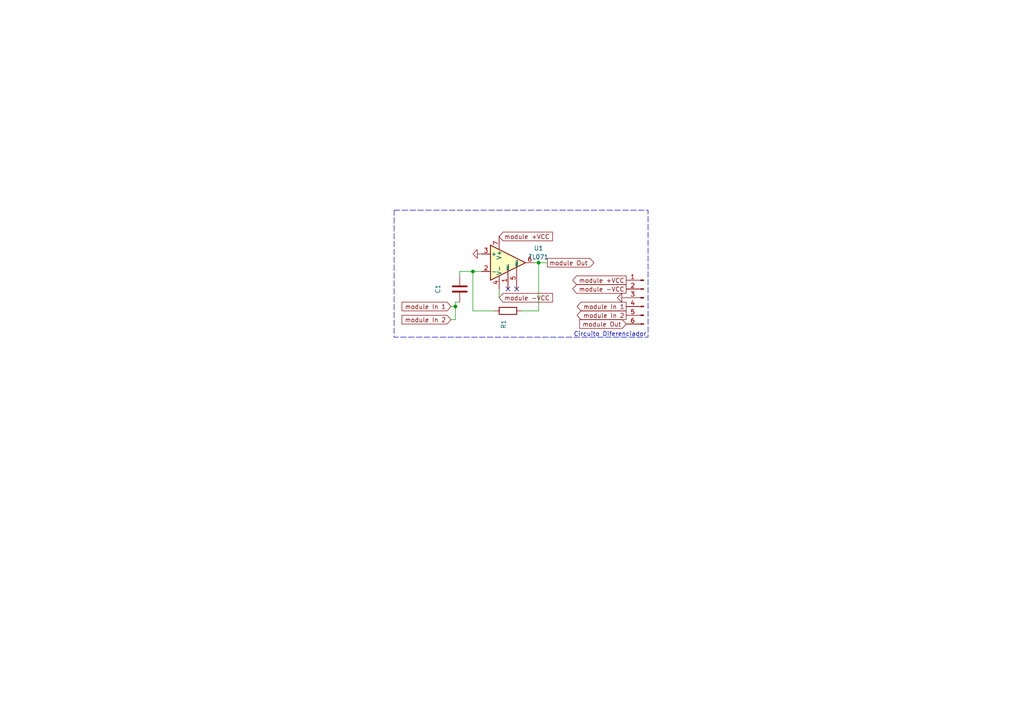
<source format=kicad_sch>
(kicad_sch (version 20230121) (generator eeschema)
  (paper "A4")
  (lib_symbols
    (symbol "Amplifier_Operational:TL071" (pin_names (offset 0.127))
      (property "Reference" "U" (at 0 6.35 0))
      (property "Value" "TL071" (at 0 3.81 0))
      (symbol "TL071_0_1"
        (polyline (pts (xy -5.08 5.08) (xy 5.08 0) (xy -5.08 -5.08) (xy -5.08 5.08)) (stroke (width 0.254)) (fill (type background)))
      )
      (symbol "TL071_1_1"
        (pin input line (at 0 -7.62 90) (length 5.08) (name "NULL") (number "1"))
        (pin input line (at -7.62 -2.54 0) (length 2.54) (name "-") (number "2"))
        (pin input line (at -7.62 2.54 0) (length 2.54) (name "+") (number "3"))
        (pin power_in line (at -2.54 -7.62 90) (length 3.81) (name "V-") (number "4"))
        (pin input line (at 2.54 -7.62 90) (length 6.35) (name "NULL") (number "5"))
        (pin output line (at 7.62 0 180) (length 2.54) (name "~") (number "6"))
        (pin power_in line (at -2.54 7.62 270) (length 3.81) (name "V+") (number "7"))
        (pin no_connect line (at 0 2.54 270) (length 2.54) hide (name "NC") (number "8"))
      )
    )
    (symbol "Connector:Conn_01x06_Pin" (pin_names (offset 1.016) hide)
      (property "Reference" "J" (at 0 7.62 0))
      (property "Value" "Conn_01x06_Pin" (at 0 -10.16 0))
      (symbol "Conn_01x06_Pin_1_1"
        (polyline (pts (xy 1.27 -7.62) (xy 0.8636 -7.62)) (stroke (width 0.1524)))
        (polyline (pts (xy 1.27 -5.08) (xy 0.8636 -5.08)) (stroke (width 0.1524)))
        (polyline (pts (xy 1.27 -2.54) (xy 0.8636 -2.54)) (stroke (width 0.1524)))
        (polyline (pts (xy 1.27 0) (xy 0.8636 0)) (stroke (width 0.1524)))
        (polyline (pts (xy 1.27 2.54) (xy 0.8636 2.54)) (stroke (width 0.1524)))
        (polyline (pts (xy 1.27 5.08) (xy 0.8636 5.08)) (stroke (width 0.1524)))
        (rectangle (start 0.8636 -7.493) (end 0 -7.747) (stroke (width 0.1524)) (fill (type outline)))
        (rectangle (start 0.8636 -4.953) (end 0 -5.207) (stroke (width 0.1524)) (fill (type outline)))
        (rectangle (start 0.8636 -2.413) (end 0 -2.667) (stroke (width 0.1524)) (fill (type outline)))
        (rectangle (start 0.8636 0.127) (end 0 -0.127) (stroke (width 0.1524)) (fill (type outline)))
        (rectangle (start 0.8636 2.667) (end 0 2.413) (stroke (width 0.1524)) (fill (type outline)))
        (rectangle (start 0.8636 5.207) (end 0 4.953) (stroke (width 0.1524)) (fill (type outline)))
        (pin passive line (at 5.08 5.08 180) (length 3.81) (name "Pin_1") (number "1"))
        (pin passive line (at 5.08 2.54 180) (length 3.81) (name "Pin_2") (number "2"))
        (pin passive line (at 5.08 0 180) (length 3.81) (name "Pin_3") (number "3"))
        (pin passive line (at 5.08 -2.54 180) (length 3.81) (name "Pin_4") (number "4"))
        (pin passive line (at 5.08 -5.08 180) (length 3.81) (name "Pin_5") (number "5"))
        (pin passive line (at 5.08 -7.62 180) (length 3.81) (name "Pin_6") (number "6"))
      )
    )
    (symbol "Device:C" (pin_numbers hide) (pin_names (offset 0.254))
      (property "Reference" "C" (at 0.635 2.54 0))
      (property "Value" "C" (at 0.635 -2.54 0))
      (symbol "C_0_1"
        (polyline (pts (xy -2.032 -0.762) (xy 2.032 -0.762)) (stroke (width 0.508)))
        (polyline (pts (xy -2.032 0.762) (xy 2.032 0.762)) (stroke (width 0.508)))
      )
      (symbol "C_1_1"
        (pin passive line (at 0 3.81 270) (length 2.794) (name "~") (number "1"))
        (pin passive line (at 0 -3.81 90) (length 2.794) (name "~") (number "2"))
      )
    )
    (symbol "Device:R" (pin_numbers hide) (pin_names (offset 0))
      (property "Reference" "R" (at 2.032 0 90))
      (property "Value" "R" (at 0 0 90))
      (symbol "R_0_1"
        (rectangle (start -1.016 2.54) (end 1.016 -2.54) (stroke (width 0.254)))
      )
      (symbol "R_1_1"
        (pin passive line (at 0 3.81 270) (length 1.27) (name "~") (number "1"))
        (pin passive line (at 0 -3.81 90) (length 1.27) (name "~") (number "2"))
      )
    )
    (symbol "power:GND" (power) (pin_names (offset 0))
      (property "Value" "GND" (at 0 -3.81 0))
      (symbol "GND_0_1"
        (polyline (pts (xy 0 0) (xy 0 -1.27) (xy 1.27 -1.27) (xy 0 -2.54) (xy -1.27 -1.27) (xy 0 -1.27)))
      )
      (symbol "GND_1_1"
        (pin power_in line (at 0 0 270) (length 0) hide (name "GND") (number "1"))
      )
    )
  )
  (junction (at 137.16 78.74))
  (junction (at 132.08 88.9))
  (junction (at 156.21 76.2))
  (no_connect (at 149.86 83.82))
  (no_connect (at 147.32 83.82))
  (wire (pts (xy 156.21 90.17) (xy 156.21 76.2)))
  (wire (pts (xy 132.08 87.63) (xy 132.08 88.9)))
  (wire (pts (xy 156.21 76.2) (xy 158.75 76.2)))
  (wire (pts (xy 133.35 80.01) (xy 133.35 78.74)))
  (wire (pts (xy 130.81 92.71) (xy 132.08 92.71)))
  (wire (pts (xy 151.13 90.17) (xy 156.21 90.17)))
  (wire (pts (xy 132.08 92.71) (xy 132.08 88.9)))
  (wire (pts (xy 137.16 90.17) (xy 143.51 90.17)))
  (wire (pts (xy 144.78 86.36) (xy 144.78 83.82)))
  (wire (pts (xy 130.81 88.9) (xy 132.08 88.9)))
  (wire (pts (xy 132.08 87.63) (xy 133.35 87.63)))
  (wire (pts (xy 156.21 76.2) (xy 154.94 76.2)))
  (wire (pts (xy 137.16 78.74) (xy 137.16 90.17)))
  (wire (pts (xy 133.35 78.74) (xy 137.16 78.74)))
  (wire (pts (xy 139.7 78.74) (xy 137.16 78.74)))
  (rectangle (start 114.3 60.96) (end 187.96 97.79) (stroke (width 0) (type dash)))
  (text "Circuito Diferenciador" (at 166.37 97.79 0) (effects (font (size 1.27 1.27)) (justify left bottom)))
  (global_label "module Out" (shape input) (at 181.61 93.98 180) (property "Intersheetrefs" "${INTERSHEET_REFS}" (effects hide)))
  (global_label "module +VCC" (shape output) (at 181.61 81.28 180) (property "Intersheetrefs" "${INTERSHEET_REFS}" (effects hide)))
  (global_label "module In 2" (shape output) (at 181.61 91.44 180) (property "Intersheetrefs" "${INTERSHEET_REFS}" (effects hide)))
  (global_label "module Out" (shape output) (at 158.75 76.2 0) (property "Intersheetrefs" "${INTERSHEET_REFS}" (effects hide)))
  (global_label "module In 1" (shape input) (at 130.81 88.9 180) (property "Intersheetrefs" "${INTERSHEET_REFS}" (effects hide)))
  (global_label "module -VCC" (shape output) (at 181.61 83.82 180) (property "Intersheetrefs" "${INTERSHEET_REFS}" (effects hide)))
  (global_label "module +VCC" (shape input) (at 144.78 68.58 0) (property "Intersheetrefs" "${INTERSHEET_REFS}" (effects hide)))
  (global_label "module In 2" (shape input) (at 130.81 92.71 180) (property "Intersheetrefs" "${INTERSHEET_REFS}" (effects hide)))
  (global_label "module -VCC" (shape input) (at 144.78 86.36 0) (property "Intersheetrefs" "${INTERSHEET_REFS}" (effects hide)))
  (global_label "module In 1" (shape output) (at 181.61 88.9 180) (property "Intersheetrefs" "${INTERSHEET_REFS}" (effects hide)))
  (symbol (lib_id "Amplifier_Operational:TL071") (at 147.32 76.2 0) (unit 1)
    (property "Reference" "U1" (at 156.21 72.0091 0))
    (property "Value" "TL071" (at 156.21 74.5491 0))
    (property "Footprint" "Package_DIP:DIP-8_W7.62mm_Socket" (effects hide))
    (property "Datasheet" "http://www.ti.com/lit/ds/symlink/tl071.pdf" (effects hide))
  )
  (symbol (lib_id "power:GND") (at 139.7 73.66 270) (unit 1)
    (property "Reference" "#PWR01" (effects hide))
    (property "Value" "GND" (effects hide))
  )
  (symbol (lib_id "Connector:Conn_01x06_Pin") (at 186.69 86.36 0) (mirror y) (unit 1)
    (property "Reference" "J1" (effects hide))
    (property "Value" "Conn_01x06_Pin" (effects hide))
    (property "Footprint" "Connector_PinHeader_2.54mm:PinHeader_1x06_P2.54mm_Vertical" (effects hide))
  )
  (symbol (lib_id "Device:R") (at 147.32 90.17 90) (mirror x) (unit 1)
    (property "Reference" "R1" (at 146.05 92.71 0) (effects (justify left)))
    (property "Value" "R" (effects hide))
    (property "Footprint" "Resistor_THT:R_Axial_DIN0207_L6.3mm_D2.5mm_P7.62mm_Horizontal" (effects hide))
  )
  (symbol (lib_id "power:GND") (at 181.61 86.36 270) (unit 1)
    (property "Reference" "#PWR02" (effects hide))
    (property "Value" "GND" (effects hide))
  )
  (symbol (lib_id "Device:C") (at 133.35 83.82 0) (mirror y) (unit 1)
    (property "Reference" "C1" (at 127 83.82 90))
    (property "Value" "C" (effects hide))
  )
)
</source>
